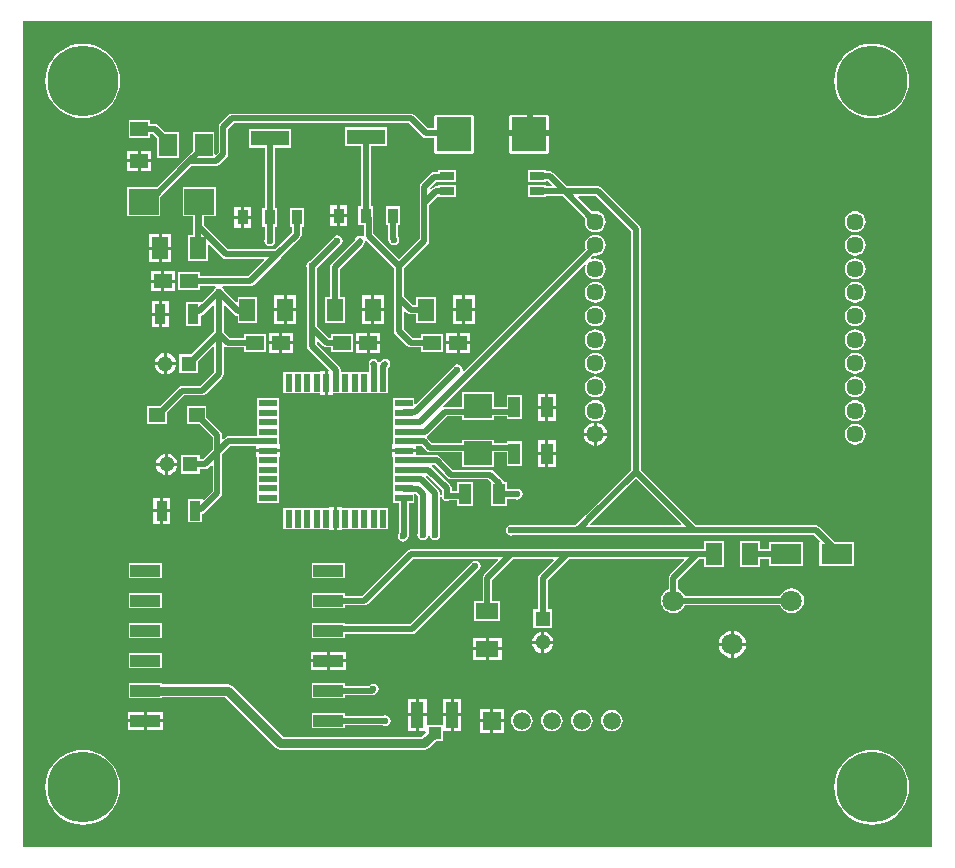
<source format=gtl>
G04*
G04 #@! TF.GenerationSoftware,Altium Limited,Altium Designer,20.0.13 (296)*
G04*
G04 Layer_Physical_Order=1*
G04 Layer_Color=255*
%FSLAX44Y44*%
%MOMM*%
G71*
G01*
G75*
%ADD18C,0.5000*%
%ADD20R,1.0000X1.0500*%
%ADD21R,1.0500X2.2000*%
%ADD22R,1.2700X0.7600*%
%ADD23R,2.5000X2.2000*%
%ADD24R,0.9500X1.3000*%
%ADD25R,3.2500X1.3000*%
%ADD26R,1.3500X1.9000*%
%ADD27R,1.5500X1.2000*%
%ADD28R,1.5000X1.9000*%
%ADD29R,1.5000X1.2000*%
%ADD30R,2.6500X1.7500*%
%ADD31R,2.5000X1.0000*%
%ADD32R,1.3500X1.8500*%
%ADD33R,1.5000X0.6000*%
%ADD34R,0.6000X1.5000*%
%ADD35R,1.9000X1.3500*%
%ADD36R,2.4000X2.0000*%
%ADD37R,1.0500X1.7500*%
%ADD38R,1.0200X1.7800*%
%ADD39R,1.3500X1.2000*%
%ADD40R,0.9500X1.7000*%
%ADD73C,0.8000*%
%ADD74R,3.0000X3.0000*%
%ADD75C,1.5000*%
%ADD76R,1.5000X1.5000*%
%ADD77C,1.3000*%
%ADD78R,1.3000X1.3000*%
%ADD79C,1.8000*%
%ADD80C,1.4500*%
%ADD81R,1.3000X1.3000*%
%ADD82C,6.0000*%
%ADD83C,0.6000*%
%ADD84C,0.5000*%
G36*
X5039740Y384810D02*
X4269740D01*
Y1084810D01*
X5039740D01*
Y384810D01*
D02*
G37*
%LPC*%
G36*
X4598169Y1006108D02*
X4598045Y1006084D01*
X4597922Y1006108D01*
X4446642D01*
X4446641Y1006108D01*
X4445081Y1005798D01*
X4443758Y1004914D01*
X4443758Y1004914D01*
X4436696Y997852D01*
X4435812Y996529D01*
X4435501Y994968D01*
X4435501Y994968D01*
Y973798D01*
X4433003Y971299D01*
X4431830Y971785D01*
Y990728D01*
X4413830D01*
Y974496D01*
X4407731Y968397D01*
X4407731Y968397D01*
X4383302Y943968D01*
X4358270D01*
Y918968D01*
X4386270D01*
Y935401D01*
X4412304Y961435D01*
X4432985D01*
X4432985Y961435D01*
X4434545Y961745D01*
X4435869Y962629D01*
X4442463Y969224D01*
X4443347Y970548D01*
X4443658Y972108D01*
X4443658Y972108D01*
Y993279D01*
X4448331Y997952D01*
X4596479D01*
X4607876Y986555D01*
X4607876Y986555D01*
X4609199Y985671D01*
X4610760Y985361D01*
X4610760Y985361D01*
X4618296D01*
Y973378D01*
X4618772Y972230D01*
X4619920Y971755D01*
X4649920D01*
X4651068Y972230D01*
X4651543Y973378D01*
Y1003378D01*
X4651068Y1004526D01*
X4649920Y1005002D01*
X4619920D01*
X4618772Y1004526D01*
X4618296Y1003378D01*
Y993517D01*
X4612449D01*
X4601053Y1004914D01*
X4599730Y1005798D01*
X4598169Y1006108D01*
D02*
G37*
G36*
X4988560Y1065377D02*
X4983617Y1064988D01*
X4978796Y1063831D01*
X4974215Y1061934D01*
X4969987Y1059343D01*
X4966217Y1056123D01*
X4962997Y1052353D01*
X4960406Y1048125D01*
X4958509Y1043544D01*
X4957352Y1038723D01*
X4956963Y1033780D01*
X4957352Y1028837D01*
X4958509Y1024016D01*
X4960406Y1019435D01*
X4962997Y1015208D01*
X4966217Y1011437D01*
X4969987Y1008217D01*
X4974215Y1005627D01*
X4978796Y1003729D01*
X4983617Y1002572D01*
X4988560Y1002183D01*
X4993503Y1002572D01*
X4998324Y1003729D01*
X5002905Y1005627D01*
X5007133Y1008217D01*
X5010903Y1011437D01*
X5014123Y1015208D01*
X5016714Y1019435D01*
X5018611Y1024016D01*
X5019768Y1028837D01*
X5020157Y1033780D01*
X5019768Y1038723D01*
X5018611Y1043544D01*
X5016714Y1048125D01*
X5014123Y1052353D01*
X5010903Y1056123D01*
X5007133Y1059343D01*
X5002905Y1061934D01*
X4998324Y1063831D01*
X4993503Y1064988D01*
X4988560Y1065377D01*
D02*
G37*
G36*
X4320540D02*
X4315597Y1064988D01*
X4310776Y1063831D01*
X4306195Y1061934D01*
X4301967Y1059343D01*
X4298197Y1056123D01*
X4294977Y1052353D01*
X4292386Y1048125D01*
X4290489Y1043544D01*
X4289332Y1038723D01*
X4288943Y1033780D01*
X4289332Y1028837D01*
X4290489Y1024016D01*
X4292386Y1019435D01*
X4294977Y1015208D01*
X4298197Y1011437D01*
X4301967Y1008217D01*
X4306195Y1005627D01*
X4310776Y1003729D01*
X4315597Y1002572D01*
X4320540Y1002183D01*
X4325483Y1002572D01*
X4330304Y1003729D01*
X4334885Y1005627D01*
X4339113Y1008217D01*
X4342883Y1011437D01*
X4346103Y1015208D01*
X4348694Y1019435D01*
X4350591Y1024016D01*
X4351748Y1028837D01*
X4352137Y1033780D01*
X4351748Y1038723D01*
X4350591Y1043544D01*
X4348694Y1048125D01*
X4346103Y1052353D01*
X4342883Y1056123D01*
X4339113Y1059343D01*
X4334885Y1061934D01*
X4330304Y1063831D01*
X4325483Y1064988D01*
X4320540Y1065377D01*
D02*
G37*
G36*
X4713419Y1005002D02*
X4683419D01*
X4682272Y1004526D01*
X4681796Y1003378D01*
Y973378D01*
X4682272Y972230D01*
X4683419Y971755D01*
X4713419D01*
X4714568Y972230D01*
X4715043Y973378D01*
Y1003378D01*
X4714568Y1004526D01*
X4713419Y1005002D01*
D02*
G37*
G36*
X4377460Y1000728D02*
X4359460D01*
Y985728D01*
X4377460D01*
Y989150D01*
X4379940D01*
X4383830Y985261D01*
Y968728D01*
X4401830D01*
Y990728D01*
X4389897D01*
X4384514Y996112D01*
X4383190Y996996D01*
X4381630Y997307D01*
X4381630Y997307D01*
X4377460D01*
Y1000728D01*
D02*
G37*
G36*
X4378499Y974768D02*
X4369729D01*
Y967498D01*
X4378499D01*
Y974768D01*
D02*
G37*
G36*
X4367189D02*
X4358420D01*
Y967498D01*
X4367189D01*
Y974768D01*
D02*
G37*
G36*
X4378499Y964958D02*
X4369729D01*
Y957688D01*
X4378499D01*
Y964958D01*
D02*
G37*
G36*
X4367189D02*
X4358420D01*
Y957688D01*
X4367189D01*
Y964958D01*
D02*
G37*
G36*
X4577980Y994558D02*
X4542480D01*
Y978558D01*
X4556151D01*
Y927558D01*
X4553979D01*
Y911558D01*
X4558401D01*
Y902614D01*
X4558238Y902451D01*
X4557243Y901860D01*
X4556711Y902216D01*
X4555150Y902527D01*
X4553589Y902216D01*
X4552266Y901332D01*
X4551382Y900009D01*
X4551176Y898972D01*
X4531186Y878982D01*
X4530302Y877659D01*
X4529991Y876098D01*
X4529991Y876098D01*
Y851028D01*
X4525820D01*
Y829028D01*
X4542320D01*
Y851028D01*
X4538148D01*
Y874409D01*
X4558033Y894295D01*
X4558918Y895618D01*
X4559228Y897178D01*
X4559228Y897178D01*
Y898236D01*
X4559734Y898598D01*
X4560451Y898809D01*
X4584091Y875169D01*
Y850188D01*
X4584091Y850188D01*
X4584091Y850188D01*
Y822248D01*
X4584091Y822248D01*
X4584402Y820688D01*
X4585286Y819364D01*
X4595446Y809204D01*
X4595446Y809204D01*
X4596769Y808320D01*
X4598329Y808010D01*
X4607290D01*
Y804588D01*
X4625789D01*
Y819588D01*
X4607290D01*
Y816167D01*
X4600019D01*
X4592248Y823938D01*
Y838683D01*
X4593421Y839169D01*
X4595446Y837144D01*
X4595446Y837144D01*
X4596769Y836260D01*
X4598329Y835950D01*
X4602780D01*
Y829028D01*
X4619279D01*
Y851028D01*
X4602780D01*
Y844107D01*
X4600019D01*
X4592248Y851878D01*
Y875169D01*
X4612643Y895564D01*
X4612643Y895564D01*
X4613528Y896888D01*
X4613838Y898448D01*
X4613838Y898448D01*
Y928509D01*
X4619883Y934554D01*
X4620960Y935058D01*
Y935058D01*
X4620960Y935058D01*
X4636660D01*
Y945658D01*
X4620959D01*
Y944437D01*
X4619920D01*
X4618359Y944126D01*
X4617036Y943242D01*
X4617036Y943242D01*
X4615660Y941866D01*
X4614315Y942317D01*
X4614236Y942877D01*
X4619690Y948331D01*
X4620959Y947834D01*
Y947758D01*
X4636660D01*
Y958358D01*
X4620959D01*
Y956838D01*
X4618351D01*
X4616790Y956528D01*
X4615468Y955644D01*
X4615468Y955644D01*
X4606876Y947052D01*
X4605992Y945729D01*
X4605681Y944168D01*
X4605681Y944168D01*
Y930198D01*
X4605681Y930198D01*
X4605681Y930198D01*
Y900138D01*
X4588170Y882626D01*
X4566558Y904238D01*
Y917308D01*
X4566479Y917702D01*
Y927558D01*
X4564308D01*
Y978558D01*
X4577980D01*
Y994558D01*
D02*
G37*
G36*
X4712859Y958358D02*
X4697160D01*
Y947758D01*
X4712859D01*
Y948980D01*
X4714410D01*
X4717780Y945610D01*
X4717294Y944437D01*
X4712859D01*
Y945658D01*
X4697160D01*
Y935058D01*
X4712859D01*
Y936280D01*
X4727110D01*
X4746153Y917237D01*
X4746015Y916902D01*
X4745714Y914618D01*
X4746015Y912334D01*
X4746896Y910206D01*
X4748299Y908378D01*
X4750127Y906975D01*
X4752255Y906094D01*
X4754539Y905793D01*
X4756824Y906094D01*
X4758952Y906975D01*
X4760780Y908378D01*
X4762183Y910206D01*
X4763064Y912334D01*
X4763365Y914618D01*
X4763064Y916902D01*
X4762183Y919031D01*
X4760780Y920859D01*
X4758952Y922261D01*
X4756824Y923143D01*
X4754539Y923444D01*
X4752255Y923143D01*
X4751921Y923005D01*
X4739819Y935107D01*
X4740305Y936280D01*
X4755390D01*
X4784751Y906919D01*
Y704558D01*
X4746576Y666382D01*
X4742766Y662572D01*
X4742766Y662572D01*
X4737610Y657417D01*
X4685416D01*
X4685175Y657577D01*
X4683419Y657926D01*
X4681664Y657577D01*
X4680175Y656583D01*
X4679181Y655094D01*
X4678831Y653338D01*
X4679181Y651582D01*
X4680175Y650094D01*
X4681664Y649099D01*
X4683419Y648750D01*
X4685175Y649099D01*
X4685416Y649260D01*
X4739300D01*
X4739300Y649260D01*
X4739300Y649260D01*
X4939540D01*
X4944632Y644168D01*
X4944260Y643268D01*
X4944260D01*
Y622768D01*
X4973759D01*
Y643268D01*
X4957067D01*
X4944113Y656222D01*
X4942791Y657106D01*
X4941230Y657417D01*
X4941230Y657417D01*
X4840049D01*
X4792908Y704558D01*
Y908608D01*
X4792908Y908608D01*
X4792598Y910169D01*
X4791714Y911492D01*
X4759963Y943242D01*
X4758640Y944126D01*
X4757079Y944437D01*
X4757079Y944437D01*
X4730489D01*
X4718983Y955942D01*
X4717661Y956826D01*
X4716100Y957137D01*
X4716100Y957137D01*
X4712859D01*
Y958358D01*
D02*
G37*
G36*
X4544620Y928598D02*
X4538600D01*
Y920828D01*
X4544620D01*
Y928598D01*
D02*
G37*
G36*
X4536060D02*
X4530040D01*
Y920828D01*
X4536060D01*
Y928598D01*
D02*
G37*
G36*
X4463340Y927328D02*
X4457320D01*
Y919558D01*
X4463340D01*
Y927328D01*
D02*
G37*
G36*
X4454780D02*
X4448759D01*
Y919558D01*
X4454780D01*
Y927328D01*
D02*
G37*
G36*
X4544620Y918288D02*
X4538600D01*
Y910518D01*
X4544620D01*
Y918288D01*
D02*
G37*
G36*
X4536060D02*
X4530040D01*
Y910518D01*
X4536060D01*
Y918288D01*
D02*
G37*
G36*
X4463340Y917018D02*
X4457320D01*
Y909248D01*
X4463340D01*
Y917018D01*
D02*
G37*
G36*
X4454780D02*
X4448759D01*
Y909248D01*
X4454780D01*
Y917018D01*
D02*
G37*
G36*
X4974539Y923444D02*
X4972255Y923143D01*
X4970127Y922261D01*
X4968299Y920859D01*
X4966896Y919031D01*
X4966015Y916902D01*
X4965714Y914618D01*
X4966015Y912334D01*
X4966896Y910206D01*
X4968299Y908378D01*
X4970127Y906975D01*
X4972255Y906094D01*
X4974539Y905793D01*
X4976824Y906094D01*
X4978952Y906975D01*
X4980780Y908378D01*
X4982183Y910206D01*
X4983064Y912334D01*
X4983365Y914618D01*
X4983064Y916902D01*
X4982183Y919031D01*
X4980780Y920859D01*
X4978952Y922261D01*
X4976824Y923143D01*
X4974539Y923444D01*
D02*
G37*
G36*
X4589380Y927558D02*
X4576880D01*
Y911558D01*
X4579031D01*
Y899698D01*
X4579031Y899698D01*
X4579151Y899096D01*
X4579146Y899073D01*
X4579496Y897318D01*
X4580490Y895829D01*
X4581979Y894834D01*
X4583735Y894485D01*
X4585490Y894834D01*
X4586979Y895829D01*
X4587974Y897318D01*
X4588323Y899073D01*
X4587974Y900829D01*
X4587188Y902005D01*
Y911558D01*
X4589380D01*
Y927558D01*
D02*
G37*
G36*
X4496700Y993288D02*
X4461200D01*
Y977288D01*
X4474871D01*
Y926288D01*
X4472700D01*
Y910288D01*
X4474871D01*
Y900444D01*
X4474711Y900204D01*
X4474362Y898448D01*
X4474711Y896693D01*
X4475705Y895204D01*
X4477194Y894209D01*
X4478950Y893860D01*
X4480705Y894209D01*
X4482194Y895204D01*
X4483188Y896693D01*
X4483538Y898448D01*
X4483188Y900204D01*
X4483028Y900444D01*
Y910288D01*
X4485200D01*
Y926288D01*
X4483028D01*
Y977288D01*
X4496700D01*
Y993288D01*
D02*
G37*
G36*
X4395280Y904138D02*
X4387260D01*
Y893368D01*
X4395280D01*
Y904138D01*
D02*
G37*
G36*
X4384720D02*
X4376700D01*
Y893368D01*
X4384720D01*
Y904138D01*
D02*
G37*
G36*
X4974539Y903444D02*
X4972255Y903143D01*
X4970127Y902261D01*
X4968299Y900859D01*
X4966896Y899031D01*
X4966015Y896902D01*
X4965714Y894618D01*
X4966015Y892334D01*
X4966896Y890206D01*
X4968299Y888378D01*
X4970127Y886975D01*
X4972255Y886094D01*
X4974539Y885793D01*
X4976824Y886094D01*
X4978952Y886975D01*
X4980780Y888378D01*
X4982183Y890206D01*
X4983064Y892334D01*
X4983365Y894618D01*
X4983064Y896902D01*
X4982183Y899031D01*
X4980780Y900859D01*
X4978952Y902261D01*
X4976824Y903143D01*
X4974539Y903444D01*
D02*
G37*
G36*
X4754539D02*
X4752255Y903143D01*
X4750127Y902261D01*
X4748299Y900859D01*
X4746896Y899031D01*
X4746015Y896902D01*
X4745714Y894618D01*
X4746015Y892334D01*
X4746519Y891116D01*
X4643322Y787918D01*
X4642152Y788544D01*
X4642288Y789228D01*
X4641938Y790984D01*
X4640944Y792473D01*
X4639455Y793467D01*
X4637700Y793816D01*
X4635944Y793467D01*
X4634455Y792473D01*
X4633461Y790984D01*
X4633404Y790701D01*
X4602503Y759799D01*
X4601330Y760285D01*
Y765148D01*
X4583330D01*
Y756148D01*
Y748148D01*
Y740148D01*
Y732148D01*
Y726188D01*
X4582290D01*
Y721918D01*
X4592330D01*
X4602370D01*
Y724570D01*
X4607690D01*
X4611956Y720304D01*
X4611956Y720304D01*
X4613279Y719420D01*
X4614839Y719110D01*
X4614840Y719110D01*
X4641980D01*
Y706928D01*
X4668979D01*
Y719110D01*
X4679360D01*
Y707708D01*
X4692560D01*
Y728508D01*
X4679360D01*
Y727267D01*
X4668979D01*
Y729928D01*
X4641980D01*
Y727267D01*
X4616529D01*
X4612263Y731532D01*
X4612160Y731601D01*
X4612129Y732106D01*
X4612306Y733031D01*
X4613404Y733764D01*
X4629229Y749590D01*
X4641980D01*
Y746928D01*
X4668979D01*
Y749590D01*
X4679360D01*
Y747078D01*
X4692560D01*
Y767878D01*
X4679360D01*
Y757747D01*
X4668979D01*
Y769928D01*
X4641980D01*
Y757747D01*
X4627540D01*
X4627540Y757747D01*
X4626219Y757484D01*
X4625633Y758181D01*
X4625470Y758531D01*
X4745205Y878266D01*
X4746282Y877547D01*
X4746015Y876902D01*
X4745714Y874618D01*
X4746015Y872334D01*
X4746896Y870206D01*
X4748299Y868378D01*
X4750127Y866975D01*
X4752255Y866094D01*
X4754539Y865793D01*
X4756824Y866094D01*
X4758952Y866975D01*
X4760780Y868378D01*
X4762183Y870206D01*
X4763064Y872334D01*
X4763365Y874618D01*
X4763064Y876902D01*
X4762183Y879031D01*
X4760780Y880859D01*
X4758952Y882261D01*
X4756824Y883143D01*
X4754539Y883444D01*
X4752255Y883143D01*
X4751611Y882876D01*
X4750892Y883953D01*
X4752942Y886003D01*
X4754539Y885793D01*
X4756824Y886094D01*
X4758952Y886975D01*
X4760780Y888378D01*
X4762183Y890206D01*
X4763064Y892334D01*
X4763365Y894618D01*
X4763064Y896902D01*
X4762183Y899031D01*
X4760780Y900859D01*
X4758952Y902261D01*
X4756824Y903143D01*
X4754539Y903444D01*
D02*
G37*
G36*
X4395280Y890828D02*
X4387260D01*
Y880058D01*
X4395280D01*
Y890828D01*
D02*
G37*
G36*
X4384720D02*
X4376700D01*
Y880058D01*
X4384720D01*
Y890828D01*
D02*
G37*
G36*
X4433270Y943968D02*
X4405270D01*
Y918968D01*
X4413911D01*
Y903098D01*
X4409740D01*
Y881098D01*
X4426240D01*
Y895471D01*
X4427413Y895957D01*
X4439236Y884135D01*
X4440559Y883250D01*
X4442120Y882940D01*
X4442120Y882940D01*
X4473794D01*
X4474280Y881767D01*
X4460750Y868237D01*
X4419620D01*
Y871658D01*
X4401120D01*
Y856658D01*
X4419620D01*
Y860080D01*
X4432585D01*
X4432970Y858810D01*
X4432525Y858513D01*
X4431531Y857024D01*
X4431474Y856741D01*
X4421522Y846788D01*
X4420490Y846218D01*
Y846218D01*
X4420490Y846218D01*
X4407990D01*
Y826218D01*
X4420490D01*
Y834925D01*
X4420820Y834990D01*
X4422144Y835874D01*
X4430518Y844249D01*
X4431691Y843763D01*
Y821398D01*
X4412602Y802308D01*
X4402370D01*
Y786308D01*
X4418370D01*
Y796541D01*
X4430518Y808689D01*
X4431691Y808203D01*
Y787108D01*
X4420110Y775527D01*
X4404530D01*
X4404530Y775527D01*
X4402969Y775216D01*
X4401646Y774332D01*
X4401646Y774332D01*
X4385942Y758628D01*
X4375210D01*
Y743628D01*
X4391710D01*
Y752861D01*
X4406219Y767370D01*
X4421800D01*
X4421800Y767370D01*
X4423360Y767680D01*
X4424684Y768565D01*
X4438653Y782534D01*
X4438654Y782534D01*
X4439538Y783858D01*
X4439848Y785418D01*
Y808117D01*
X4441118Y808795D01*
X4441829Y808320D01*
X4443390Y808010D01*
X4443390Y808010D01*
X4457000D01*
Y804588D01*
X4475500D01*
Y819588D01*
X4457000D01*
Y816167D01*
X4445079D01*
X4439848Y821398D01*
Y843763D01*
X4441021Y844249D01*
X4449396Y835874D01*
X4449396Y835874D01*
X4450719Y834990D01*
X4451649Y834805D01*
Y829028D01*
X4468150D01*
Y851028D01*
X4451649D01*
Y846815D01*
X4450476Y846329D01*
X4440065Y856741D01*
X4440009Y857024D01*
X4439014Y858513D01*
X4438569Y858810D01*
X4438954Y860080D01*
X4462440D01*
X4462440Y860080D01*
X4464001Y860390D01*
X4465323Y861274D01*
X4488183Y884134D01*
X4488184Y884135D01*
X4504733Y900684D01*
X4504734Y900685D01*
X4505618Y902008D01*
X4505928Y903568D01*
Y910288D01*
X4508100D01*
Y926288D01*
X4495600D01*
Y910288D01*
X4497771D01*
Y905258D01*
X4483610Y891097D01*
X4443809D01*
X4423348Y911558D01*
Y918968D01*
X4433270D01*
Y943968D01*
D02*
G37*
G36*
X4974539Y883444D02*
X4972255Y883143D01*
X4970127Y882261D01*
X4968299Y880859D01*
X4966896Y879031D01*
X4966015Y876902D01*
X4965714Y874618D01*
X4966015Y872334D01*
X4966896Y870206D01*
X4968299Y868378D01*
X4970127Y866975D01*
X4972255Y866094D01*
X4974539Y865793D01*
X4976824Y866094D01*
X4978952Y866975D01*
X4980780Y868378D01*
X4982183Y870206D01*
X4983064Y872334D01*
X4983365Y874618D01*
X4983064Y876902D01*
X4982183Y879031D01*
X4980780Y880859D01*
X4978952Y882261D01*
X4976824Y883143D01*
X4974539Y883444D01*
D02*
G37*
G36*
X4398660Y872698D02*
X4389640D01*
Y865428D01*
X4398660D01*
Y872698D01*
D02*
G37*
G36*
X4387100D02*
X4378080D01*
Y865428D01*
X4387100D01*
Y872698D01*
D02*
G37*
G36*
X4398660Y862888D02*
X4389640D01*
Y855618D01*
X4398660D01*
Y862888D01*
D02*
G37*
G36*
X4387100D02*
X4378080D01*
Y855618D01*
X4387100D01*
Y862888D01*
D02*
G37*
G36*
X4974539Y863444D02*
X4972255Y863143D01*
X4970127Y862261D01*
X4968299Y860859D01*
X4966896Y859031D01*
X4966015Y856902D01*
X4965714Y854618D01*
X4966015Y852334D01*
X4966896Y850206D01*
X4968299Y848378D01*
X4970127Y846975D01*
X4972255Y846094D01*
X4974539Y845793D01*
X4976824Y846094D01*
X4978952Y846975D01*
X4980780Y848378D01*
X4982183Y850206D01*
X4983064Y852334D01*
X4983365Y854618D01*
X4983064Y856902D01*
X4982183Y859031D01*
X4980780Y860859D01*
X4978952Y862261D01*
X4976824Y863143D01*
X4974539Y863444D01*
D02*
G37*
G36*
X4754539D02*
X4752255Y863143D01*
X4750127Y862261D01*
X4748299Y860859D01*
X4746896Y859031D01*
X4746015Y856902D01*
X4745714Y854618D01*
X4746015Y852334D01*
X4746896Y850206D01*
X4748299Y848378D01*
X4750127Y846975D01*
X4752255Y846094D01*
X4754539Y845793D01*
X4756824Y846094D01*
X4758952Y846975D01*
X4760780Y848378D01*
X4762183Y850206D01*
X4763064Y852334D01*
X4763365Y854618D01*
X4763064Y856902D01*
X4762183Y859031D01*
X4760780Y860859D01*
X4758952Y862261D01*
X4756824Y863143D01*
X4754539Y863444D01*
D02*
G37*
G36*
X4575359Y852068D02*
X4567340D01*
Y841299D01*
X4575359D01*
Y852068D01*
D02*
G37*
G36*
X4564800D02*
X4556779D01*
Y841299D01*
X4564800D01*
Y852068D01*
D02*
G37*
G36*
X4652320D02*
X4644300D01*
Y841298D01*
X4652320D01*
Y852068D01*
D02*
G37*
G36*
X4641760D02*
X4633740D01*
Y841298D01*
X4641760D01*
Y852068D01*
D02*
G37*
G36*
X4501190D02*
X4493170D01*
Y841298D01*
X4501190D01*
Y852068D01*
D02*
G37*
G36*
X4490630D02*
X4482610D01*
Y841298D01*
X4490630D01*
Y852068D01*
D02*
G37*
G36*
X4393530Y847258D02*
X4387509D01*
Y837488D01*
X4393530D01*
Y847258D01*
D02*
G37*
G36*
X4384969D02*
X4378950D01*
Y837488D01*
X4384969D01*
Y847258D01*
D02*
G37*
G36*
X4652320Y838758D02*
X4644300D01*
Y827988D01*
X4652320D01*
Y838758D01*
D02*
G37*
G36*
X4641760D02*
X4633740D01*
Y827988D01*
X4641760D01*
Y838758D01*
D02*
G37*
G36*
X4575359Y838758D02*
X4567340D01*
Y827988D01*
X4575359D01*
Y838758D01*
D02*
G37*
G36*
X4564800D02*
X4556779D01*
Y827988D01*
X4564800D01*
Y838758D01*
D02*
G37*
G36*
X4501190Y838758D02*
X4493170D01*
Y827988D01*
X4501190D01*
Y838758D01*
D02*
G37*
G36*
X4490630D02*
X4482610D01*
Y827988D01*
X4490630D01*
Y838758D01*
D02*
G37*
G36*
X4974539Y843444D02*
X4972255Y843143D01*
X4970127Y842261D01*
X4968299Y840859D01*
X4966896Y839031D01*
X4966015Y836902D01*
X4965714Y834618D01*
X4966015Y832334D01*
X4966896Y830206D01*
X4968299Y828378D01*
X4970127Y826975D01*
X4972255Y826094D01*
X4974539Y825793D01*
X4976824Y826094D01*
X4978952Y826975D01*
X4980780Y828378D01*
X4982183Y830206D01*
X4983064Y832334D01*
X4983365Y834618D01*
X4983064Y836902D01*
X4982183Y839031D01*
X4980780Y840859D01*
X4978952Y842261D01*
X4976824Y843143D01*
X4974539Y843444D01*
D02*
G37*
G36*
X4754539D02*
X4752255Y843143D01*
X4750127Y842261D01*
X4748299Y840859D01*
X4746896Y839031D01*
X4746015Y836902D01*
X4745714Y834618D01*
X4746015Y832334D01*
X4746896Y830206D01*
X4748299Y828378D01*
X4750127Y826975D01*
X4752255Y826094D01*
X4754539Y825793D01*
X4756824Y826094D01*
X4758952Y826975D01*
X4760780Y828378D01*
X4762183Y830206D01*
X4763064Y832334D01*
X4763365Y834618D01*
X4763064Y836902D01*
X4762183Y839031D01*
X4760780Y840859D01*
X4758952Y842261D01*
X4756824Y843143D01*
X4754539Y843444D01*
D02*
G37*
G36*
X4393530Y834949D02*
X4387509D01*
Y825178D01*
X4393530D01*
Y834949D01*
D02*
G37*
G36*
X4384969D02*
X4378950D01*
Y825178D01*
X4384969D01*
Y834949D01*
D02*
G37*
G36*
X4648830Y820628D02*
X4639810D01*
Y813359D01*
X4648830D01*
Y820628D01*
D02*
G37*
G36*
X4572630D02*
X4563610D01*
Y813359D01*
X4572630D01*
Y820628D01*
D02*
G37*
G36*
X4637270D02*
X4628250D01*
Y813359D01*
X4637270D01*
Y820628D01*
D02*
G37*
G36*
X4561070D02*
X4552050D01*
Y813359D01*
X4561070D01*
Y820628D01*
D02*
G37*
G36*
X4498540D02*
X4489519D01*
Y813358D01*
X4498540D01*
Y820628D01*
D02*
G37*
G36*
X4486979D02*
X4477960D01*
Y813358D01*
X4486979D01*
Y820628D01*
D02*
G37*
G36*
X4974539Y823444D02*
X4972255Y823143D01*
X4970127Y822261D01*
X4968299Y820859D01*
X4966896Y819031D01*
X4966015Y816902D01*
X4965714Y814618D01*
X4966015Y812334D01*
X4966896Y810206D01*
X4968299Y808378D01*
X4970127Y806975D01*
X4972255Y806094D01*
X4974539Y805793D01*
X4976824Y806094D01*
X4978952Y806975D01*
X4980780Y808378D01*
X4982183Y810206D01*
X4983064Y812334D01*
X4983365Y814618D01*
X4983064Y816902D01*
X4982183Y819031D01*
X4980780Y820859D01*
X4978952Y822261D01*
X4976824Y823143D01*
X4974539Y823444D01*
D02*
G37*
G36*
X4754539D02*
X4752255Y823143D01*
X4750127Y822261D01*
X4748299Y820859D01*
X4746896Y819031D01*
X4746015Y816902D01*
X4745714Y814618D01*
X4746015Y812334D01*
X4746896Y810206D01*
X4748299Y808378D01*
X4750127Y806975D01*
X4752255Y806094D01*
X4754539Y805793D01*
X4756824Y806094D01*
X4758952Y806975D01*
X4760780Y808378D01*
X4762183Y810206D01*
X4763064Y812334D01*
X4763365Y814618D01*
X4763064Y816902D01*
X4762183Y819031D01*
X4760780Y820859D01*
X4758952Y822261D01*
X4756824Y823143D01*
X4754539Y823444D01*
D02*
G37*
G36*
X4536100Y903036D02*
X4534344Y902687D01*
X4532855Y901693D01*
X4531861Y900204D01*
X4531804Y899921D01*
X4513037Y881154D01*
X4512754Y881097D01*
X4511265Y880103D01*
X4510271Y878614D01*
X4509922Y876858D01*
X4510271Y875102D01*
X4510431Y874862D01*
Y824788D01*
X4510431Y824788D01*
X4510431Y824788D01*
Y809548D01*
X4510431Y809548D01*
X4510742Y807988D01*
X4511626Y806665D01*
X4528929Y789362D01*
X4528443Y788188D01*
X4528099D01*
Y778148D01*
Y768108D01*
X4532370D01*
Y769148D01*
X4579330D01*
Y787148D01*
X4578908D01*
Y790709D01*
X4579623Y791424D01*
X4579623Y791424D01*
X4580508Y792748D01*
X4580818Y794308D01*
X4580508Y795869D01*
X4579623Y797192D01*
X4578300Y798076D01*
X4576740Y798387D01*
X4575179Y798076D01*
X4573856Y797192D01*
X4573856Y797192D01*
X4571946Y795282D01*
X4570608Y795566D01*
X4570598Y795619D01*
X4569713Y796942D01*
X4569464Y797192D01*
X4568140Y798076D01*
X4566580Y798387D01*
X4565019Y798076D01*
X4563696Y797192D01*
X4562812Y795869D01*
X4562501Y794308D01*
X4562751Y793051D01*
Y787148D01*
X4538908D01*
Y789228D01*
X4538908Y789228D01*
X4538598Y790789D01*
X4537714Y792112D01*
X4537713Y792112D01*
X4518588Y811238D01*
Y813283D01*
X4519761Y813769D01*
X4524326Y809204D01*
X4524326Y809204D01*
X4525649Y808320D01*
X4527209Y808010D01*
X4527210Y808010D01*
X4531089D01*
Y804588D01*
X4549590D01*
Y819588D01*
X4531089D01*
Y816167D01*
X4528899D01*
X4518588Y826478D01*
Y874862D01*
X4518748Y875102D01*
X4518805Y875386D01*
X4537572Y894153D01*
X4537856Y894209D01*
X4539344Y895204D01*
X4540338Y896693D01*
X4540688Y898448D01*
X4540338Y900204D01*
X4539344Y901693D01*
X4537856Y902687D01*
X4536100Y903036D01*
D02*
G37*
G36*
X4648830Y810818D02*
X4639810D01*
Y803548D01*
X4648830D01*
Y810818D01*
D02*
G37*
G36*
X4637270D02*
X4628250D01*
Y803548D01*
X4637270D01*
Y810818D01*
D02*
G37*
G36*
X4572630D02*
X4563610D01*
Y803548D01*
X4572630D01*
Y810818D01*
D02*
G37*
G36*
X4561070D02*
X4552050D01*
Y803548D01*
X4561070D01*
Y810818D01*
D02*
G37*
G36*
X4498540Y810818D02*
X4489519D01*
Y803548D01*
X4498540D01*
Y810818D01*
D02*
G37*
G36*
X4486979D02*
X4477960D01*
Y803548D01*
X4486979D01*
Y810818D01*
D02*
G37*
G36*
X4391640Y803259D02*
Y795578D01*
X4399320D01*
X4399177Y796668D01*
X4398266Y798867D01*
X4396817Y800756D01*
X4394929Y802205D01*
X4392729Y803116D01*
X4391640Y803259D01*
D02*
G37*
G36*
X4389100D02*
X4388010Y803116D01*
X4385811Y802205D01*
X4383922Y800756D01*
X4382473Y798867D01*
X4381562Y796668D01*
X4381419Y795578D01*
X4389100D01*
Y803259D01*
D02*
G37*
G36*
X4974539Y803444D02*
X4972255Y803143D01*
X4970127Y802261D01*
X4968299Y800859D01*
X4966896Y799031D01*
X4966015Y796902D01*
X4965714Y794618D01*
X4966015Y792334D01*
X4966896Y790206D01*
X4968299Y788378D01*
X4970127Y786975D01*
X4972255Y786094D01*
X4974539Y785793D01*
X4976824Y786094D01*
X4978952Y786975D01*
X4980780Y788378D01*
X4982183Y790206D01*
X4983064Y792334D01*
X4983365Y794618D01*
X4983064Y796902D01*
X4982183Y799031D01*
X4980780Y800859D01*
X4978952Y802261D01*
X4976824Y803143D01*
X4974539Y803444D01*
D02*
G37*
G36*
X4754539D02*
X4752255Y803143D01*
X4750127Y802261D01*
X4748299Y800859D01*
X4746896Y799031D01*
X4746015Y796902D01*
X4745714Y794618D01*
X4746015Y792334D01*
X4746896Y790206D01*
X4748299Y788378D01*
X4750127Y786975D01*
X4752255Y786094D01*
X4754539Y785793D01*
X4756824Y786094D01*
X4758952Y786975D01*
X4760780Y788378D01*
X4762183Y790206D01*
X4763064Y792334D01*
X4763365Y794618D01*
X4763064Y796902D01*
X4762183Y799031D01*
X4760780Y800859D01*
X4758952Y802261D01*
X4756824Y803143D01*
X4754539Y803444D01*
D02*
G37*
G36*
X4399320Y793038D02*
X4391640D01*
Y785358D01*
X4392729Y785501D01*
X4394929Y786412D01*
X4396817Y787861D01*
X4398266Y789749D01*
X4399177Y791948D01*
X4399320Y793038D01*
D02*
G37*
G36*
X4389100D02*
X4381419D01*
X4381562Y791948D01*
X4382473Y789749D01*
X4383922Y787861D01*
X4385811Y786412D01*
X4388010Y785501D01*
X4389100Y785358D01*
Y793038D01*
D02*
G37*
G36*
X4525559Y788188D02*
X4521290D01*
Y787148D01*
X4490330D01*
Y769148D01*
X4521290D01*
Y768108D01*
X4525559D01*
Y778148D01*
Y788188D01*
D02*
G37*
G36*
X4974539Y783444D02*
X4972255Y783143D01*
X4970127Y782261D01*
X4968299Y780859D01*
X4966896Y779031D01*
X4966015Y776902D01*
X4965714Y774618D01*
X4966015Y772334D01*
X4966896Y770206D01*
X4968299Y768378D01*
X4970127Y766975D01*
X4972255Y766094D01*
X4974539Y765793D01*
X4976824Y766094D01*
X4978952Y766975D01*
X4980780Y768378D01*
X4982183Y770206D01*
X4983064Y772334D01*
X4983365Y774618D01*
X4983064Y776902D01*
X4982183Y779031D01*
X4980780Y780859D01*
X4978952Y782261D01*
X4976824Y783143D01*
X4974539Y783444D01*
D02*
G37*
G36*
X4754539D02*
X4752255Y783143D01*
X4750127Y782261D01*
X4748299Y780859D01*
X4746896Y779031D01*
X4746015Y776902D01*
X4745714Y774618D01*
X4746015Y772334D01*
X4746896Y770206D01*
X4748299Y768378D01*
X4750127Y766975D01*
X4752255Y766094D01*
X4754539Y765793D01*
X4756824Y766094D01*
X4758952Y766975D01*
X4760780Y768378D01*
X4762183Y770206D01*
X4763064Y772334D01*
X4763365Y774618D01*
X4763064Y776902D01*
X4762183Y779031D01*
X4760780Y780859D01*
X4758952Y782261D01*
X4756824Y783143D01*
X4754539Y783444D01*
D02*
G37*
G36*
X4721200Y768918D02*
X4714830D01*
Y758748D01*
X4721200D01*
Y768918D01*
D02*
G37*
G36*
X4712290D02*
X4705919D01*
Y758748D01*
X4712290D01*
Y768918D01*
D02*
G37*
G36*
X4721200Y756208D02*
X4714830D01*
Y746038D01*
X4721200D01*
Y756208D01*
D02*
G37*
G36*
X4712290D02*
X4705919D01*
Y746038D01*
X4712290D01*
Y756208D01*
D02*
G37*
G36*
X4974539Y763444D02*
X4972255Y763143D01*
X4970127Y762261D01*
X4968299Y760859D01*
X4966896Y759031D01*
X4966015Y756902D01*
X4965714Y754618D01*
X4966015Y752334D01*
X4966896Y750206D01*
X4968299Y748378D01*
X4970127Y746975D01*
X4972255Y746094D01*
X4974539Y745793D01*
X4976824Y746094D01*
X4978952Y746975D01*
X4980780Y748378D01*
X4982183Y750206D01*
X4983064Y752334D01*
X4983365Y754618D01*
X4983064Y756902D01*
X4982183Y759031D01*
X4980780Y760859D01*
X4978952Y762261D01*
X4976824Y763143D01*
X4974539Y763444D01*
D02*
G37*
G36*
X4754539D02*
X4752255Y763143D01*
X4750127Y762261D01*
X4748299Y760859D01*
X4746896Y759031D01*
X4746015Y756902D01*
X4745714Y754618D01*
X4746015Y752334D01*
X4746896Y750206D01*
X4748299Y748378D01*
X4750127Y746975D01*
X4752255Y746094D01*
X4754539Y745793D01*
X4756824Y746094D01*
X4758952Y746975D01*
X4760780Y748378D01*
X4762183Y750206D01*
X4763064Y752334D01*
X4763365Y754618D01*
X4763064Y756902D01*
X4762183Y759031D01*
X4760780Y760859D01*
X4758952Y762261D01*
X4756824Y763143D01*
X4754539Y763444D01*
D02*
G37*
G36*
X4755810Y744326D02*
Y735888D01*
X4764247D01*
X4764077Y737174D01*
X4763091Y739556D01*
X4761522Y741601D01*
X4759477Y743170D01*
X4757095Y744156D01*
X4755810Y744326D01*
D02*
G37*
G36*
X4753270D02*
X4751984Y744156D01*
X4749602Y743170D01*
X4747557Y741601D01*
X4745988Y739556D01*
X4745002Y737174D01*
X4744832Y735888D01*
X4753270D01*
Y744326D01*
D02*
G37*
G36*
X4486330Y765148D02*
X4468329D01*
Y756148D01*
Y748148D01*
Y740148D01*
Y732727D01*
X4443770D01*
X4443770Y732727D01*
X4442209Y732416D01*
X4440886Y731532D01*
X4440886Y731532D01*
X4439751Y730398D01*
X4438578Y730884D01*
Y733588D01*
X4438268Y735149D01*
X4437383Y736472D01*
X4425210Y748646D01*
Y758628D01*
X4408710D01*
Y743628D01*
X4418692D01*
X4430421Y731899D01*
Y721068D01*
X4422650Y713297D01*
X4419640D01*
Y717218D01*
X4403640D01*
Y701218D01*
X4419640D01*
Y705140D01*
X4424340D01*
X4424340Y705140D01*
X4425900Y705450D01*
X4427224Y706335D01*
X4429248Y708359D01*
X4430421Y707873D01*
Y686778D01*
X4422933Y679289D01*
X4421760Y679775D01*
Y679848D01*
X4409260D01*
Y659848D01*
X4421760D01*
Y667285D01*
X4422090Y667350D01*
X4423413Y668234D01*
X4437383Y682204D01*
X4437383Y682205D01*
X4438268Y683528D01*
X4438578Y685088D01*
Y717689D01*
X4445459Y724570D01*
X4467290D01*
Y721918D01*
X4477329D01*
X4487370D01*
Y726188D01*
X4486330D01*
Y732148D01*
Y740148D01*
Y748148D01*
Y756148D01*
Y765148D01*
D02*
G37*
G36*
X4974539Y743444D02*
X4972255Y743143D01*
X4970127Y742261D01*
X4968299Y740859D01*
X4966896Y739031D01*
X4966015Y736902D01*
X4965714Y734618D01*
X4966015Y732334D01*
X4966896Y730206D01*
X4968299Y728378D01*
X4970127Y726975D01*
X4972255Y726094D01*
X4974539Y725793D01*
X4976824Y726094D01*
X4978952Y726975D01*
X4980780Y728378D01*
X4982183Y730206D01*
X4983064Y732334D01*
X4983365Y734618D01*
X4983064Y736902D01*
X4982183Y739031D01*
X4980780Y740859D01*
X4978952Y742261D01*
X4976824Y743143D01*
X4974539Y743444D01*
D02*
G37*
G36*
X4764247Y733348D02*
X4755810D01*
Y724911D01*
X4757095Y725080D01*
X4759477Y726067D01*
X4761522Y727636D01*
X4763091Y729681D01*
X4764077Y732063D01*
X4764247Y733348D01*
D02*
G37*
G36*
X4753270D02*
X4744832D01*
X4745002Y732063D01*
X4745988Y729681D01*
X4747557Y727636D01*
X4749602Y726067D01*
X4751984Y725080D01*
X4753270Y724911D01*
Y733348D01*
D02*
G37*
G36*
X4721200Y729548D02*
X4714830D01*
Y719378D01*
X4721200D01*
Y729548D01*
D02*
G37*
G36*
X4712290D02*
X4705919D01*
Y719378D01*
X4712290D01*
Y729548D01*
D02*
G37*
G36*
X4392910Y718169D02*
Y710488D01*
X4400591D01*
X4400447Y711578D01*
X4399536Y713777D01*
X4398087Y715666D01*
X4396199Y717115D01*
X4394000Y718026D01*
X4392910Y718169D01*
D02*
G37*
G36*
X4390370D02*
X4389280Y718026D01*
X4387081Y717115D01*
X4385192Y715666D01*
X4383743Y713777D01*
X4382832Y711578D01*
X4382689Y710488D01*
X4390370D01*
Y718169D01*
D02*
G37*
G36*
X4721200Y716838D02*
X4714830D01*
Y706668D01*
X4721200D01*
Y716838D01*
D02*
G37*
G36*
X4712290D02*
X4705919D01*
Y706668D01*
X4712290D01*
Y716838D01*
D02*
G37*
G36*
X4400591Y707948D02*
X4392910D01*
Y700267D01*
X4394000Y700411D01*
X4396199Y701322D01*
X4398087Y702771D01*
X4399536Y704659D01*
X4400447Y706858D01*
X4400591Y707948D01*
D02*
G37*
G36*
X4390370D02*
X4382689D01*
X4382832Y706858D01*
X4383743Y704659D01*
X4385192Y702771D01*
X4387081Y701322D01*
X4389280Y700411D01*
X4390370Y700267D01*
Y707948D01*
D02*
G37*
G36*
X4602370Y719378D02*
X4592330D01*
X4582290D01*
Y715108D01*
X4583330D01*
Y708148D01*
Y700148D01*
Y692148D01*
Y684148D01*
Y676148D01*
X4588251D01*
Y650778D01*
X4587741Y650014D01*
X4587391Y648258D01*
X4587741Y646503D01*
X4588735Y645014D01*
X4590224Y644019D01*
X4591980Y643670D01*
X4593735Y644019D01*
X4595224Y645014D01*
X4596219Y646503D01*
X4596568Y648258D01*
X4596408Y649062D01*
Y676148D01*
X4601330D01*
Y683758D01*
X4602599Y683941D01*
X4604411Y682129D01*
Y651524D01*
X4604251Y651284D01*
X4603901Y649528D01*
X4604251Y647773D01*
X4605245Y646284D01*
X4606734Y645289D01*
X4608490Y644940D01*
X4610245Y645289D01*
X4611734Y646284D01*
X4612729Y647773D01*
X4612922Y648746D01*
X4614217D01*
X4614411Y647773D01*
X4615405Y646284D01*
X4616894Y645289D01*
X4618650Y644940D01*
X4620405Y645289D01*
X4621894Y646284D01*
X4622888Y647773D01*
X4623238Y649528D01*
X4622888Y651284D01*
X4622728Y651524D01*
Y685088D01*
X4622728Y685088D01*
X4622418Y686649D01*
X4621534Y687972D01*
X4621534Y687972D01*
X4620263Y689242D01*
X4620263Y689242D01*
X4610781Y698724D01*
X4611124Y700174D01*
X4611799Y700141D01*
X4624731Y687209D01*
Y684544D01*
X4624571Y684304D01*
X4624221Y682548D01*
X4624571Y680792D01*
X4625565Y679304D01*
X4627054Y678309D01*
X4628810Y677960D01*
X4630565Y678309D01*
X4630806Y678470D01*
X4637299D01*
Y673568D01*
X4650800D01*
Y694068D01*
X4637299D01*
Y686627D01*
X4632888D01*
Y688898D01*
X4632578Y690459D01*
X4631693Y691782D01*
X4616176Y707300D01*
X4616410Y708207D01*
X4616661Y708570D01*
X4618610D01*
X4629736Y697445D01*
X4629736Y697445D01*
X4631059Y696560D01*
X4632620Y696250D01*
X4632620Y696250D01*
X4663950D01*
X4666300Y693901D01*
Y673568D01*
X4679799D01*
Y679740D01*
X4686504D01*
X4686744Y679579D01*
X4688499Y679230D01*
X4690255Y679579D01*
X4691744Y680574D01*
X4692739Y682063D01*
X4693088Y683818D01*
X4692739Y685574D01*
X4691744Y687063D01*
X4690255Y688057D01*
X4688499Y688406D01*
X4686744Y688057D01*
X4686504Y687897D01*
X4679799D01*
Y694068D01*
X4676899D01*
X4676818Y694479D01*
X4675934Y695802D01*
X4675934Y695802D01*
X4668524Y703212D01*
X4667200Y704096D01*
X4665640Y704407D01*
X4665640Y704407D01*
X4634309D01*
X4623184Y715532D01*
X4621860Y716416D01*
X4620300Y716727D01*
X4620299Y716727D01*
X4602370D01*
Y719378D01*
D02*
G37*
G36*
X4487370D02*
X4477329D01*
X4467290D01*
Y715108D01*
X4468329D01*
Y708148D01*
Y700148D01*
Y692148D01*
Y684148D01*
Y676148D01*
X4486330D01*
Y684148D01*
Y692148D01*
Y700148D01*
Y708148D01*
Y715108D01*
X4487370D01*
Y719378D01*
D02*
G37*
G36*
X4394799Y680888D02*
X4388780D01*
Y671118D01*
X4394799D01*
Y680888D01*
D02*
G37*
G36*
X4386240D02*
X4380220D01*
Y671118D01*
X4386240D01*
Y680888D01*
D02*
G37*
G36*
X4394799Y668578D02*
X4388780D01*
Y658808D01*
X4394799D01*
Y668578D01*
D02*
G37*
G36*
X4386240D02*
X4380220D01*
Y658808D01*
X4386240D01*
Y668578D01*
D02*
G37*
G36*
X4540370Y673188D02*
X4536100D01*
Y663148D01*
Y653108D01*
X4540370D01*
Y654148D01*
X4579330D01*
Y672148D01*
X4540370D01*
Y673188D01*
D02*
G37*
G36*
X4533560D02*
X4529290D01*
Y672148D01*
X4490330D01*
Y654148D01*
X4529290D01*
Y653108D01*
X4533560D01*
Y663148D01*
Y673188D01*
D02*
G37*
G36*
X4863110Y643768D02*
X4846609D01*
Y637097D01*
X4840900D01*
X4840900Y637097D01*
X4840899Y637097D01*
X4730410D01*
X4730410Y637097D01*
X4730410Y637097D01*
X4683420D01*
X4683419Y637097D01*
X4683419Y637097D01*
X4598330D01*
X4598329Y637097D01*
X4596769Y636786D01*
X4595446Y635902D01*
X4557270Y597727D01*
X4542540D01*
Y600148D01*
X4514539D01*
Y587148D01*
X4542540D01*
Y589570D01*
X4558959D01*
X4558960Y589570D01*
X4560520Y589880D01*
X4561844Y590765D01*
X4600019Y628940D01*
X4671914D01*
X4672400Y627767D01*
X4660216Y615582D01*
X4659332Y614259D01*
X4659021Y612698D01*
X4659021Y612698D01*
Y593008D01*
X4652100D01*
Y576508D01*
X4674100D01*
Y593008D01*
X4667178D01*
Y611009D01*
X4685109Y628940D01*
X4718904D01*
X4719390Y627767D01*
X4707206Y615582D01*
X4706322Y614259D01*
X4706011Y612698D01*
X4706011Y612698D01*
Y586408D01*
X4702090D01*
Y570408D01*
X4718090D01*
Y586408D01*
X4714168D01*
Y611009D01*
X4732099Y628940D01*
X4829394D01*
X4829880Y627767D01*
X4817696Y615582D01*
X4816812Y614259D01*
X4816501Y612698D01*
X4816501Y612698D01*
Y603324D01*
X4815284Y602820D01*
X4813091Y601137D01*
X4811408Y598944D01*
X4810350Y596389D01*
X4809989Y593648D01*
X4810350Y590907D01*
X4811408Y588353D01*
X4813091Y586160D01*
X4815284Y584477D01*
X4817839Y583419D01*
X4820580Y583058D01*
X4823321Y583419D01*
X4825875Y584477D01*
X4828068Y586160D01*
X4829751Y588353D01*
X4830255Y589570D01*
X4910904D01*
X4911408Y588353D01*
X4913091Y586160D01*
X4915284Y584477D01*
X4917839Y583419D01*
X4920580Y583058D01*
X4923321Y583419D01*
X4925875Y584477D01*
X4928068Y586160D01*
X4929751Y588353D01*
X4930809Y590907D01*
X4931170Y593648D01*
X4930809Y596389D01*
X4929751Y598944D01*
X4928068Y601137D01*
X4925875Y602820D01*
X4923321Y603878D01*
X4920580Y604239D01*
X4917839Y603878D01*
X4915284Y602820D01*
X4913091Y601137D01*
X4911408Y598944D01*
X4910904Y597727D01*
X4830255D01*
X4829751Y598944D01*
X4828068Y601137D01*
X4825875Y602820D01*
X4824658Y603324D01*
Y611009D01*
X4842589Y628940D01*
X4846609D01*
Y622268D01*
X4863110D01*
Y643768D01*
D02*
G37*
G36*
X4893610D02*
X4877110D01*
Y622268D01*
X4893610D01*
Y628940D01*
X4901259D01*
Y622768D01*
X4930760D01*
Y643268D01*
X4901259D01*
Y637097D01*
X4893610D01*
Y643768D01*
D02*
G37*
G36*
X4542540Y625548D02*
X4514539D01*
Y612548D01*
X4542540D01*
Y625548D01*
D02*
G37*
G36*
X4387540D02*
X4359539D01*
Y612548D01*
X4387540D01*
Y625548D01*
D02*
G37*
G36*
Y600148D02*
X4359539D01*
Y587148D01*
X4387540D01*
Y600148D01*
D02*
G37*
G36*
X4652939Y627446D02*
X4651184Y627097D01*
X4649695Y626103D01*
X4648701Y624614D01*
X4648644Y624331D01*
X4597910Y573597D01*
X4542540D01*
Y574748D01*
X4514539D01*
Y561748D01*
X4542540D01*
Y565440D01*
X4599600D01*
X4599600Y565440D01*
X4601160Y565750D01*
X4602484Y566634D01*
X4654412Y618563D01*
X4654695Y618619D01*
X4656184Y619614D01*
X4657179Y621102D01*
X4657528Y622858D01*
X4657179Y624614D01*
X4656184Y626103D01*
X4654695Y627097D01*
X4652939Y627446D01*
D02*
G37*
G36*
X4387540Y574748D02*
X4359539D01*
Y561748D01*
X4387540D01*
Y574748D01*
D02*
G37*
G36*
X4711360Y567359D02*
Y559678D01*
X4719041D01*
X4718897Y560768D01*
X4717986Y562967D01*
X4716537Y564856D01*
X4714649Y566305D01*
X4712450Y567216D01*
X4711360Y567359D01*
D02*
G37*
G36*
X4708820Y567359D02*
X4707730Y567216D01*
X4705531Y566305D01*
X4703642Y564856D01*
X4702193Y562967D01*
X4701282Y560768D01*
X4701139Y559678D01*
X4708820D01*
Y567359D01*
D02*
G37*
G36*
X4871850Y568121D02*
Y557918D01*
X4882052D01*
X4881823Y559661D01*
X4880660Y562468D01*
X4878810Y564879D01*
X4876400Y566728D01*
X4873592Y567891D01*
X4871850Y568121D01*
D02*
G37*
G36*
X4869310D02*
X4867567Y567891D01*
X4864760Y566728D01*
X4862349Y564879D01*
X4860500Y562468D01*
X4859337Y559661D01*
X4859107Y557918D01*
X4869310D01*
Y568121D01*
D02*
G37*
G36*
X4675139Y562048D02*
X4664369D01*
Y554028D01*
X4675139D01*
Y562048D01*
D02*
G37*
G36*
X4661829D02*
X4651060D01*
Y554028D01*
X4661829D01*
Y562048D01*
D02*
G37*
G36*
X4719041Y557138D02*
X4711360D01*
Y549458D01*
X4712450Y549601D01*
X4714649Y550512D01*
X4716537Y551961D01*
X4717986Y553849D01*
X4718897Y556048D01*
X4719041Y557138D01*
D02*
G37*
G36*
X4708820D02*
X4701139D01*
X4701282Y556048D01*
X4702193Y553849D01*
X4703642Y551961D01*
X4705531Y550512D01*
X4707730Y549601D01*
X4708820Y549458D01*
Y557138D01*
D02*
G37*
G36*
X4882052Y555378D02*
X4871850D01*
Y545176D01*
X4873592Y545405D01*
X4876400Y546568D01*
X4878810Y548418D01*
X4880660Y550829D01*
X4881823Y553636D01*
X4882052Y555378D01*
D02*
G37*
G36*
X4869310D02*
X4859107D01*
X4859337Y553636D01*
X4860500Y550829D01*
X4862349Y548418D01*
X4864760Y546568D01*
X4867567Y545405D01*
X4869310Y545176D01*
Y555378D01*
D02*
G37*
G36*
X4543580Y550388D02*
X4529810D01*
Y544118D01*
X4543580D01*
Y550388D01*
D02*
G37*
G36*
X4527270D02*
X4513499D01*
Y544118D01*
X4527270D01*
Y550388D01*
D02*
G37*
G36*
X4675139Y551488D02*
X4664369D01*
Y543468D01*
X4675139D01*
Y551488D01*
D02*
G37*
G36*
X4661829D02*
X4651060D01*
Y543468D01*
X4661829D01*
Y551488D01*
D02*
G37*
G36*
X4387540Y549348D02*
X4359539D01*
Y536348D01*
X4387540D01*
Y549348D01*
D02*
G37*
G36*
X4543580Y541578D02*
X4529810D01*
Y535308D01*
X4543580D01*
Y541578D01*
D02*
G37*
G36*
X4527270D02*
X4513499D01*
Y535308D01*
X4527270D01*
Y541578D01*
D02*
G37*
G36*
X4542540Y523948D02*
X4514539D01*
Y510948D01*
X4542540D01*
Y513370D01*
X4565309D01*
X4565309Y513370D01*
X4566870Y513680D01*
X4567952Y514403D01*
X4568335Y514479D01*
X4569824Y515474D01*
X4570818Y516963D01*
X4571168Y518718D01*
X4570818Y520474D01*
X4569824Y521963D01*
X4568335Y522957D01*
X4566580Y523306D01*
X4564824Y522957D01*
X4563335Y521963D01*
X4563044Y521527D01*
X4542540D01*
Y523948D01*
D02*
G37*
G36*
X4641190Y510678D02*
X4634670D01*
Y498408D01*
X4641190D01*
Y510678D01*
D02*
G37*
G36*
X4611689D02*
X4605169D01*
Y498408D01*
X4611689D01*
Y510678D01*
D02*
G37*
G36*
X4602629D02*
X4596110D01*
Y498408D01*
X4602629D01*
Y510678D01*
D02*
G37*
G36*
X4632130D02*
X4625610D01*
Y498408D01*
X4632130D01*
Y510678D01*
D02*
G37*
G36*
X4676949Y502088D02*
X4668180D01*
Y493318D01*
X4676949D01*
Y502088D01*
D02*
G37*
G36*
X4665640D02*
X4656870D01*
Y493318D01*
X4665640D01*
Y502088D01*
D02*
G37*
G36*
X4388580Y499588D02*
X4374810D01*
Y493318D01*
X4388580D01*
Y499588D01*
D02*
G37*
G36*
X4372270D02*
X4358499D01*
Y493318D01*
X4372270D01*
Y499588D01*
D02*
G37*
G36*
X4542540Y498548D02*
X4514539D01*
Y485548D01*
X4542540D01*
Y487970D01*
X4574744D01*
X4574984Y487809D01*
X4576740Y487460D01*
X4578495Y487809D01*
X4579984Y488804D01*
X4580978Y490293D01*
X4581328Y492048D01*
X4580978Y493804D01*
X4579984Y495293D01*
X4578495Y496287D01*
X4576740Y496636D01*
X4574984Y496287D01*
X4574744Y496127D01*
X4542540D01*
Y498548D01*
D02*
G37*
G36*
X4388580Y490778D02*
X4374810D01*
Y484508D01*
X4388580D01*
Y490778D01*
D02*
G37*
G36*
X4372270D02*
X4358499D01*
Y484508D01*
X4372270D01*
Y490778D01*
D02*
G37*
G36*
X4641190Y495868D02*
X4634670D01*
Y483598D01*
X4641190D01*
Y495868D01*
D02*
G37*
G36*
X4602629D02*
X4596110D01*
Y483598D01*
X4602629D01*
Y495868D01*
D02*
G37*
G36*
X4768510Y501126D02*
X4766160Y500817D01*
X4763971Y499910D01*
X4762091Y498467D01*
X4760648Y496587D01*
X4759741Y494398D01*
X4759432Y492048D01*
X4759741Y489699D01*
X4760648Y487509D01*
X4762091Y485629D01*
X4763971Y484187D01*
X4766160Y483280D01*
X4768510Y482971D01*
X4770859Y483280D01*
X4773048Y484187D01*
X4774929Y485629D01*
X4776371Y487509D01*
X4777278Y489699D01*
X4777587Y492048D01*
X4777278Y494398D01*
X4776371Y496587D01*
X4774929Y498467D01*
X4773048Y499910D01*
X4770859Y500817D01*
X4768510Y501126D01*
D02*
G37*
G36*
X4743110D02*
X4740760Y500817D01*
X4738571Y499910D01*
X4736691Y498467D01*
X4735248Y496587D01*
X4734341Y494398D01*
X4734032Y492048D01*
X4734341Y489699D01*
X4735248Y487509D01*
X4736691Y485629D01*
X4738571Y484187D01*
X4740760Y483280D01*
X4743110Y482971D01*
X4745459Y483280D01*
X4747649Y484187D01*
X4749529Y485629D01*
X4750971Y487509D01*
X4751878Y489699D01*
X4752187Y492048D01*
X4751878Y494398D01*
X4750971Y496587D01*
X4749529Y498467D01*
X4747649Y499910D01*
X4745459Y500817D01*
X4743110Y501126D01*
D02*
G37*
G36*
X4717710D02*
X4715360Y500817D01*
X4713171Y499910D01*
X4711291Y498467D01*
X4709848Y496587D01*
X4708941Y494398D01*
X4708632Y492048D01*
X4708941Y489699D01*
X4709848Y487509D01*
X4711291Y485629D01*
X4713171Y484187D01*
X4715360Y483280D01*
X4717710Y482971D01*
X4720059Y483280D01*
X4722249Y484187D01*
X4724128Y485629D01*
X4725571Y487509D01*
X4726478Y489699D01*
X4726787Y492048D01*
X4726478Y494398D01*
X4725571Y496587D01*
X4724128Y498467D01*
X4722249Y499910D01*
X4720059Y500817D01*
X4717710Y501126D01*
D02*
G37*
G36*
X4692310D02*
X4689960Y500817D01*
X4687771Y499910D01*
X4685891Y498467D01*
X4684448Y496587D01*
X4683541Y494398D01*
X4683232Y492048D01*
X4683541Y489699D01*
X4684448Y487509D01*
X4685891Y485629D01*
X4687771Y484187D01*
X4689960Y483280D01*
X4692310Y482971D01*
X4694659Y483280D01*
X4696848Y484187D01*
X4698729Y485629D01*
X4700171Y487509D01*
X4701078Y489699D01*
X4701387Y492048D01*
X4701078Y494398D01*
X4700171Y496587D01*
X4698729Y498467D01*
X4696848Y499910D01*
X4694659Y500817D01*
X4692310Y501126D01*
D02*
G37*
G36*
X4676949Y490778D02*
X4668180D01*
Y482008D01*
X4676949D01*
Y490778D01*
D02*
G37*
G36*
X4665640D02*
X4656870D01*
Y482008D01*
X4665640D01*
Y490778D01*
D02*
G37*
G36*
X4387540Y523948D02*
X4359539D01*
Y510948D01*
X4387540D01*
Y511841D01*
X4441067D01*
X4483875Y469033D01*
X4485694Y467817D01*
X4487840Y467391D01*
X4609760D01*
X4611906Y467817D01*
X4613725Y469033D01*
X4619830Y475138D01*
X4625150D01*
Y482519D01*
X4625610Y483598D01*
X4626420Y483598D01*
X4632130D01*
Y495868D01*
X4625610D01*
Y489718D01*
X4625150Y488638D01*
X4624340Y488638D01*
X4612150Y488638D01*
X4611689Y489718D01*
Y495868D01*
X4605169D01*
Y483598D01*
X4610633D01*
X4611159Y482328D01*
X4607437Y478606D01*
X4490162D01*
X4447355Y521414D01*
X4445536Y522629D01*
X4443390Y523056D01*
X4387540D01*
Y523948D01*
D02*
G37*
G36*
X4988560Y467207D02*
X4983617Y466818D01*
X4978796Y465661D01*
X4974215Y463764D01*
X4969987Y461173D01*
X4966217Y457953D01*
X4962997Y454183D01*
X4960406Y449955D01*
X4958509Y445374D01*
X4957352Y440553D01*
X4956963Y435610D01*
X4957352Y430667D01*
X4958509Y425846D01*
X4960406Y421265D01*
X4962997Y417038D01*
X4966217Y413267D01*
X4969987Y410047D01*
X4974215Y407457D01*
X4978796Y405559D01*
X4983617Y404402D01*
X4988560Y404013D01*
X4993503Y404402D01*
X4998324Y405559D01*
X5002905Y407457D01*
X5007133Y410047D01*
X5010903Y413267D01*
X5014123Y417038D01*
X5016714Y421265D01*
X5018611Y425846D01*
X5019768Y430667D01*
X5020157Y435610D01*
X5019768Y440553D01*
X5018611Y445374D01*
X5016714Y449955D01*
X5014123Y454183D01*
X5010903Y457953D01*
X5007133Y461173D01*
X5002905Y463764D01*
X4998324Y465661D01*
X4993503Y466818D01*
X4988560Y467207D01*
D02*
G37*
G36*
X4320540D02*
X4315597Y466818D01*
X4310776Y465661D01*
X4306195Y463764D01*
X4301967Y461173D01*
X4298197Y457953D01*
X4294977Y454183D01*
X4292386Y449955D01*
X4290489Y445374D01*
X4289332Y440553D01*
X4288943Y435610D01*
X4289332Y430667D01*
X4290489Y425846D01*
X4292386Y421265D01*
X4294977Y417038D01*
X4298197Y413267D01*
X4301967Y410047D01*
X4306195Y407457D01*
X4310776Y405559D01*
X4315597Y404402D01*
X4320540Y404013D01*
X4325483Y404402D01*
X4330304Y405559D01*
X4334885Y407457D01*
X4339113Y410047D01*
X4342883Y413267D01*
X4346103Y417038D01*
X4348694Y421265D01*
X4350591Y425846D01*
X4351748Y430667D01*
X4352137Y435610D01*
X4351748Y440553D01*
X4350591Y445374D01*
X4348694Y449955D01*
X4346103Y454183D01*
X4342883Y457953D01*
X4339113Y461173D01*
X4334885Y463764D01*
X4330304Y465661D01*
X4325483Y466818D01*
X4320540Y467207D01*
D02*
G37*
%LPD*%
G36*
X4827340Y658590D02*
X4826854Y657417D01*
X4750805D01*
X4750319Y658590D01*
X4752343Y660614D01*
X4788830Y697101D01*
X4827340Y658590D01*
D02*
G37*
D18*
X4699000Y1000760D02*
Y1008380D01*
X4700270Y1009650D01*
X4674870Y989330D02*
X4721860D01*
X4729914Y989764D02*
X4732020Y991870D01*
X4838360Y653338D02*
X4876460D01*
X4739300D02*
X4838360D01*
X4745650Y659688D02*
X4749460Y663498D01*
X4876460Y653338D02*
X4941230D01*
X4446641Y1002030D02*
X4597922D01*
X4439579Y994968D02*
X4446641Y1002030D01*
X4610760Y989439D02*
X4636879D01*
X4598169Y1002030D02*
X4610760Y989439D01*
X4788830Y702868D02*
X4838360Y653338D01*
X4941230D02*
X4961550Y633018D01*
X4739300Y653338D02*
X4745650Y659688D01*
X4683419Y653338D02*
X4739300D01*
X4788830Y702868D02*
Y908608D01*
X4749460Y663498D02*
X4788830Y702868D01*
X4757079Y940358D02*
X4788830Y908608D01*
X4665640Y700328D02*
X4673050Y692918D01*
Y683818D02*
Y692918D01*
X4632620Y700328D02*
X4665640D01*
X4592330Y712648D02*
X4620300D01*
X4632620Y700328D01*
X4628810Y682548D02*
Y688898D01*
X4642780Y682548D02*
X4644050Y683818D01*
X4628810Y682548D02*
X4642780D01*
X4613060Y704648D02*
X4628810Y688898D01*
X4592330Y704648D02*
X4613060D01*
X4618650Y649528D02*
Y685088D01*
X4617379Y686358D02*
X4618650Y685088D01*
X4607090Y696648D02*
X4617379Y686358D01*
X4592330Y696648D02*
X4607090D01*
X4608490Y649528D02*
Y683818D01*
X4604160Y688148D02*
X4608490Y683818D01*
X4592830Y688148D02*
X4604160D01*
X4592330Y688648D02*
X4592830Y688148D01*
X4591980Y648258D02*
X4592330Y648608D01*
Y680648D01*
X4599600Y569518D02*
X4652939Y622858D01*
X4529810Y569518D02*
X4599600D01*
X4528540Y568248D02*
X4529810Y569518D01*
X4673050Y683818D02*
X4688499D01*
X4820580Y593648D02*
X4920580D01*
X4820580D02*
Y612698D01*
X4840900Y633018D01*
X4854860D01*
X4730410D02*
X4840900D01*
X4683419D02*
X4730410D01*
X4598329D02*
X4683419D01*
X4663100Y584758D02*
Y612698D01*
X4683419Y633018D01*
X4710090Y578408D02*
Y612698D01*
X4730410Y633018D01*
X4528540Y593648D02*
X4558960D01*
X4598329Y633018D01*
X4885359D02*
X4916010D01*
X4728800Y940358D02*
X4757079D01*
X4574830Y778148D02*
Y792398D01*
X4576740Y794308D01*
X4566830Y778148D02*
Y794058D01*
X4566580Y794308D02*
X4566830Y794058D01*
X4528540Y492048D02*
X4576740D01*
X4565309Y517448D02*
X4566580Y518718D01*
X4528540Y517448D02*
X4565309D01*
X4716100Y953058D02*
X4728800Y940358D01*
X4705009Y953058D02*
X4716100D01*
X4609760Y930198D02*
Y944168D01*
Y898448D02*
Y930198D01*
X4619920Y940358D02*
X4628810D01*
X4609760Y930198D02*
X4619920Y940358D01*
X4618351Y952760D02*
X4628511D01*
X4628810Y953058D01*
X4609760Y944168D02*
X4618351Y952760D01*
X4728800Y940358D02*
X4754539Y914618D01*
X4705009Y940358D02*
X4728800D01*
X4588170Y876858D02*
X4609760Y898448D01*
X4592330Y744648D02*
X4605820D01*
X4755164Y893993D01*
X4601620Y753148D02*
X4637700Y789228D01*
X4592330Y752648D02*
X4592830Y753148D01*
X4601620D01*
X4614839Y723188D02*
X4683360D01*
X4685959Y718108D02*
Y720588D01*
X4683360Y723188D02*
X4685959Y720588D01*
X4627540Y753668D02*
X4683360D01*
X4685959Y756268D02*
Y757478D01*
X4683360Y753668D02*
X4685959Y756268D01*
X4592330Y736648D02*
X4610520D01*
X4627540Y753668D01*
X4534830Y778148D02*
Y789228D01*
X4514510Y809548D02*
X4534830Y789228D01*
X4514510Y809548D02*
Y824788D01*
X4592330Y728648D02*
X4609380D01*
X4614839Y723188D01*
X4443770Y728648D02*
X4477330D01*
X4434500Y719378D02*
X4443770Y728648D01*
X4588170Y850188D02*
Y876858D01*
X4562480Y902548D02*
X4588170Y876858D01*
X4555150Y897178D02*
Y898448D01*
X4534070Y876098D02*
X4555150Y897178D01*
X4562480Y902548D02*
Y917308D01*
X4583110Y899698D02*
Y919538D01*
Y899698D02*
X4583735Y899073D01*
X4534070Y840028D02*
Y876098D01*
X4514510Y876858D02*
X4536100Y898448D01*
X4514510Y824788D02*
Y876858D01*
X4598329Y812088D02*
X4614790D01*
X4588170Y822248D02*
X4598329Y812088D01*
X4588170Y822248D02*
Y850188D01*
X4598329Y840028D02*
X4611030D01*
X4588170Y850188D02*
X4598329Y840028D01*
X4560229Y919558D02*
X4562480Y917308D01*
X4478950Y898448D02*
Y918288D01*
X4514510Y824788D02*
X4527209Y812088D01*
X4540340D01*
X4404530Y771448D02*
X4421800D01*
X4435770Y785418D02*
Y819708D01*
X4421800Y771448D02*
X4435770Y785418D01*
X4383459Y751128D02*
X4384210D01*
X4404530Y771448D01*
X4443390Y812088D02*
X4466250D01*
X4435770Y819708D02*
X4443390Y812088D01*
X4410370Y794308D02*
X4435770Y819708D01*
Y855268D01*
X4458629Y838758D02*
X4459900Y840028D01*
X4452280Y838758D02*
X4458629D01*
X4435770Y855268D02*
X4452280Y838758D01*
X4414240Y836218D02*
Y836508D01*
X4416490Y838758D01*
X4419260D01*
X4435770Y855268D01*
X4583110Y919538D02*
X4583130Y919558D01*
X4434500Y719378D02*
Y733588D01*
Y685088D02*
Y719378D01*
X4411640Y709218D02*
X4424340D01*
X4434500Y719378D01*
X4415510Y669848D02*
X4416779Y671118D01*
X4420529D01*
X4434500Y685088D01*
X4416960Y751128D02*
X4417710D01*
X4421210Y747628D01*
Y746878D02*
Y747628D01*
Y746878D02*
X4434500Y733588D01*
X4560229Y919558D02*
Y986558D01*
X4478950Y918288D02*
Y985288D01*
X4410370Y864158D02*
X4462440D01*
X4485300Y887018D01*
X4419270Y909868D02*
X4442120Y887018D01*
X4485300D02*
X4501850Y903568D01*
Y918288D01*
X4442120Y887018D02*
X4485300D01*
X4419270Y909868D02*
Y931468D01*
X4417990Y892098D02*
Y930188D01*
X4419270Y931468D01*
X4417990Y892098D02*
X4419270Y893378D01*
X4410615Y965513D02*
X4422830Y977728D01*
X4376570Y931468D02*
X4410615Y965513D01*
X4432985D02*
X4439579Y972108D01*
Y994968D01*
X4410615Y965513D02*
X4432985D01*
X4372270Y931468D02*
X4376570D01*
X4422830Y977728D02*
Y979728D01*
X4392830D02*
Y982028D01*
X4392590Y982268D02*
X4392830Y982028D01*
X4381630Y993228D02*
X4392590Y982268D01*
X4365919Y993228D02*
X4381630D01*
D20*
X4618650Y481888D02*
D03*
D21*
X4633400Y497138D02*
D03*
X4603900D02*
D03*
D22*
X4705009Y953058D02*
D03*
Y940358D02*
D03*
X4628810D02*
D03*
Y953058D02*
D03*
D23*
X4419270Y931468D02*
D03*
X4372270D02*
D03*
D24*
X4456049Y918288D02*
D03*
X4478950D02*
D03*
X4501850D02*
D03*
X4537330Y919558D02*
D03*
X4560229D02*
D03*
X4583130D02*
D03*
D25*
X4478950Y985288D02*
D03*
X4560229Y986558D02*
D03*
D26*
X4459900Y840028D02*
D03*
X4491900D02*
D03*
X4385990Y892098D02*
D03*
X4417990D02*
D03*
X4566070Y840028D02*
D03*
X4534070D02*
D03*
X4643030D02*
D03*
X4611030D02*
D03*
D27*
X4488250Y812088D02*
D03*
X4466250D02*
D03*
X4562339D02*
D03*
X4540340D02*
D03*
X4388370Y864158D02*
D03*
X4410370D02*
D03*
X4638540Y812088D02*
D03*
X4616540D02*
D03*
D28*
X4392830Y979728D02*
D03*
X4422830D02*
D03*
D29*
X4368459Y966228D02*
D03*
Y993228D02*
D03*
D30*
X4916010Y633018D02*
D03*
X4959010D02*
D03*
D31*
X4528540Y492048D02*
D03*
Y517448D02*
D03*
Y542848D02*
D03*
Y568248D02*
D03*
Y593648D02*
D03*
Y619048D02*
D03*
X4373540D02*
D03*
Y593648D02*
D03*
Y568248D02*
D03*
Y542848D02*
D03*
Y517448D02*
D03*
Y492048D02*
D03*
D32*
X4854860Y633018D02*
D03*
X4885359D02*
D03*
D33*
X4592330Y680648D02*
D03*
Y688648D02*
D03*
Y696648D02*
D03*
Y704648D02*
D03*
Y712648D02*
D03*
Y720648D02*
D03*
Y728648D02*
D03*
Y736648D02*
D03*
Y744648D02*
D03*
Y752648D02*
D03*
Y760648D02*
D03*
X4477330D02*
D03*
Y752648D02*
D03*
Y744648D02*
D03*
Y736648D02*
D03*
Y728648D02*
D03*
Y720648D02*
D03*
Y712648D02*
D03*
Y704648D02*
D03*
Y696648D02*
D03*
Y688648D02*
D03*
Y680648D02*
D03*
D34*
X4574830Y778148D02*
D03*
X4566830D02*
D03*
X4558830D02*
D03*
X4550829D02*
D03*
X4542830D02*
D03*
X4534830D02*
D03*
X4526830D02*
D03*
X4518830D02*
D03*
X4510829D02*
D03*
X4502830D02*
D03*
X4494830D02*
D03*
Y663148D02*
D03*
X4502830D02*
D03*
X4510829D02*
D03*
X4518830D02*
D03*
X4526830D02*
D03*
X4534830D02*
D03*
X4542830D02*
D03*
X4550829D02*
D03*
X4558830D02*
D03*
X4566830D02*
D03*
X4574830D02*
D03*
D35*
X4663100Y552758D02*
D03*
Y584758D02*
D03*
D36*
X4655480Y758428D02*
D03*
Y718428D02*
D03*
D37*
X4673050Y683818D02*
D03*
X4644050D02*
D03*
D38*
X4685959Y757478D02*
D03*
X4713560D02*
D03*
X4685959Y718108D02*
D03*
X4713560D02*
D03*
D39*
X4383459Y751128D02*
D03*
X4416960D02*
D03*
D40*
X4387509Y669848D02*
D03*
X4415510D02*
D03*
X4386240Y836218D02*
D03*
X4414240D02*
D03*
D73*
X4609760Y472998D02*
X4618650Y481888D01*
X4487840Y472998D02*
X4609760D01*
X4443390Y517448D02*
X4487840Y472998D01*
X4373540Y517448D02*
X4443390D01*
D74*
X4698419Y988378D02*
D03*
X4634920D02*
D03*
D75*
X4768510Y492048D02*
D03*
X4743110D02*
D03*
X4717710D02*
D03*
X4692310D02*
D03*
D76*
X4666909D02*
D03*
D77*
X4710090Y558408D02*
D03*
X4391640Y709218D02*
D03*
X4390370Y794308D02*
D03*
D78*
X4710090Y578408D02*
D03*
D79*
X4820580Y593648D02*
D03*
X4920580D02*
D03*
X4870580Y556648D02*
D03*
D80*
X4754539Y914618D02*
D03*
Y894618D02*
D03*
Y874618D02*
D03*
Y854618D02*
D03*
Y834618D02*
D03*
Y814618D02*
D03*
Y794618D02*
D03*
Y774618D02*
D03*
Y754618D02*
D03*
Y734618D02*
D03*
X4974539D02*
D03*
Y754618D02*
D03*
Y774618D02*
D03*
Y794618D02*
D03*
Y814618D02*
D03*
Y834618D02*
D03*
Y854618D02*
D03*
Y874618D02*
D03*
Y894618D02*
D03*
Y914618D02*
D03*
D81*
X4411640Y709218D02*
D03*
X4410370Y794308D02*
D03*
D82*
X4320540Y435610D02*
D03*
Y1033780D02*
D03*
X4988560Y435610D02*
D03*
Y1033780D02*
D03*
D83*
X4683419Y653338D02*
D03*
X4591980Y648258D02*
D03*
X4608490Y649528D02*
D03*
X4618650D02*
D03*
X4628810Y682548D02*
D03*
X4652939Y622858D02*
D03*
X4688499Y683818D02*
D03*
X4514510Y876858D02*
D03*
X4576740Y492048D02*
D03*
X4566580Y518718D02*
D03*
X4637700Y789228D02*
D03*
X4583735Y899073D02*
D03*
X4536100Y898448D02*
D03*
X4478950D02*
D03*
X4435770Y855268D02*
D03*
D84*
X4576740Y794308D02*
D03*
X4566580D02*
D03*
X4555150Y898448D02*
D03*
M02*

</source>
